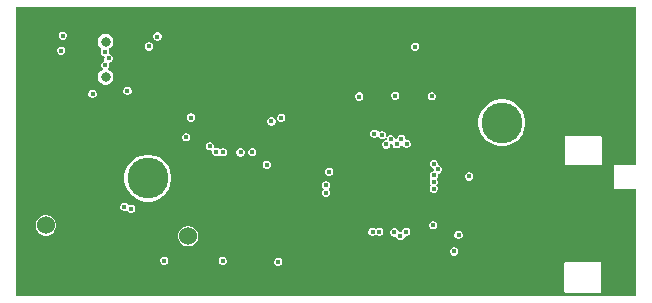
<source format=gbr>
%TF.GenerationSoftware,Altium Limited,Altium Designer,22.8.2 (66)*%
G04 Layer_Physical_Order=2*
G04 Layer_Color=36540*
%FSLAX45Y45*%
%MOMM*%
%TF.SameCoordinates,DE4C73A7-34E9-4613-BA68-141157798951*%
%TF.FilePolarity,Positive*%
%TF.FileFunction,Copper,L2,Inr,Signal*%
%TF.Part,Single*%
G01*
G75*
%TA.AperFunction,ViaPad*%
%ADD41C,1.52400*%
%TA.AperFunction,ComponentPad*%
%ADD42C,0.81280*%
%ADD43C,1.52400*%
%ADD44C,3.45440*%
%TA.AperFunction,ViaPad*%
%ADD45C,0.45000*%
%ADD46C,0.50000*%
G36*
X7828209Y3658437D02*
X7647940D01*
X7640164Y3655216D01*
X7636943Y3647440D01*
Y3462020D01*
X7640164Y3454244D01*
X7647940Y3451023D01*
X7828209D01*
Y2547691D01*
X2573091D01*
Y4996109D01*
X7828209D01*
Y3658437D01*
D02*
G37*
%LPC*%
G36*
X2981342Y4785000D02*
X2967338D01*
X2954401Y4779641D01*
X2944499Y4769739D01*
X2939140Y4756802D01*
Y4742798D01*
X2944499Y4729861D01*
X2954401Y4719959D01*
X2967338Y4714600D01*
X2981342D01*
X2994279Y4719959D01*
X3004181Y4729861D01*
X3009540Y4742798D01*
Y4756802D01*
X3004181Y4769739D01*
X2994279Y4779641D01*
X2981342Y4785000D01*
D02*
G37*
G36*
X3781442Y4777570D02*
X3767438D01*
X3754501Y4772211D01*
X3744599Y4762309D01*
X3739240Y4749372D01*
Y4735368D01*
X3744599Y4722431D01*
X3754501Y4712529D01*
X3767438Y4707170D01*
X3781442D01*
X3794379Y4712529D01*
X3804281Y4722431D01*
X3809640Y4735368D01*
Y4749372D01*
X3804281Y4762309D01*
X3794379Y4772211D01*
X3781442Y4777570D01*
D02*
G37*
G36*
X3710322Y4694470D02*
X3696318D01*
X3683381Y4689111D01*
X3673479Y4679209D01*
X3668120Y4666272D01*
Y4652268D01*
X3673479Y4639331D01*
X3683381Y4629429D01*
X3696318Y4624070D01*
X3710322D01*
X3723259Y4629429D01*
X3733161Y4639331D01*
X3738520Y4652268D01*
Y4666272D01*
X3733161Y4679209D01*
X3723259Y4689111D01*
X3710322Y4694470D01*
D02*
G37*
G36*
X5963302Y4691020D02*
X5949298D01*
X5936361Y4685661D01*
X5926459Y4675759D01*
X5921100Y4662822D01*
Y4648818D01*
X5926459Y4635881D01*
X5936361Y4625979D01*
X5949298Y4620620D01*
X5963302D01*
X5976239Y4625979D01*
X5986141Y4635881D01*
X5991500Y4648818D01*
Y4662822D01*
X5986141Y4675759D01*
X5976239Y4685661D01*
X5963302Y4691020D01*
D02*
G37*
G36*
X2966102Y4658000D02*
X2952098D01*
X2939161Y4652641D01*
X2929259Y4642739D01*
X2923900Y4629802D01*
Y4615798D01*
X2929259Y4602861D01*
X2939161Y4592959D01*
X2952098Y4587600D01*
X2966102D01*
X2979039Y4592959D01*
X2988941Y4602861D01*
X2994300Y4615798D01*
Y4629802D01*
X2988941Y4642739D01*
X2979039Y4652641D01*
X2966102Y4658000D01*
D02*
G37*
G36*
X3343662Y4764780D02*
X3326378D01*
X3309684Y4760307D01*
X3294716Y4751665D01*
X3282495Y4739444D01*
X3273853Y4724476D01*
X3269380Y4707782D01*
Y4690498D01*
X3273853Y4673804D01*
X3282495Y4658836D01*
X3294716Y4646615D01*
X3298666Y4644334D01*
X3300324Y4631743D01*
X3299690Y4631110D01*
X3294331Y4618173D01*
Y4604169D01*
X3299690Y4591232D01*
X3309592Y4581330D01*
X3322529Y4575971D01*
X3327312Y4568813D01*
X3325220Y4563762D01*
Y4549758D01*
X3325625Y4548780D01*
X3325478Y4536080D01*
X3319254Y4533501D01*
X3312541Y4530721D01*
X3302639Y4520819D01*
X3297280Y4507882D01*
Y4493878D01*
X3302639Y4480941D01*
X3310032Y4473548D01*
X3309799Y4464685D01*
X3309614Y4463696D01*
X3307838Y4459241D01*
X3294716Y4451665D01*
X3282495Y4439444D01*
X3273853Y4424476D01*
X3269380Y4407782D01*
Y4390498D01*
X3273853Y4373804D01*
X3282495Y4358836D01*
X3294716Y4346615D01*
X3309684Y4337973D01*
X3326378Y4333500D01*
X3343662D01*
X3360356Y4337973D01*
X3375324Y4346615D01*
X3387545Y4358836D01*
X3396187Y4373804D01*
X3400660Y4390498D01*
Y4407782D01*
X3396187Y4424476D01*
X3387545Y4439444D01*
X3375324Y4451665D01*
X3360356Y4460307D01*
X3358719Y4460745D01*
X3358321Y4461395D01*
X3356002Y4474622D01*
X3362321Y4480941D01*
X3367680Y4493878D01*
Y4507882D01*
X3367275Y4508860D01*
X3367422Y4521560D01*
X3373646Y4524139D01*
X3380359Y4526919D01*
X3390261Y4536821D01*
X3395620Y4549758D01*
Y4563762D01*
X3390261Y4576699D01*
X3380359Y4586601D01*
X3367422Y4591960D01*
X3362639Y4599118D01*
X3364731Y4604169D01*
Y4618173D01*
X3361814Y4625216D01*
X3360892Y4633281D01*
X3366768Y4641675D01*
X3375324Y4646615D01*
X3387545Y4658836D01*
X3396187Y4673804D01*
X3400660Y4690498D01*
Y4707782D01*
X3396187Y4724476D01*
X3387545Y4739444D01*
X3375324Y4751665D01*
X3360356Y4760307D01*
X3343662Y4764780D01*
D02*
G37*
G36*
X3527442Y4317640D02*
X3513438D01*
X3500501Y4312281D01*
X3490599Y4302379D01*
X3485240Y4289442D01*
Y4275438D01*
X3490599Y4262501D01*
X3500501Y4252599D01*
X3513438Y4247240D01*
X3527442D01*
X3540379Y4252599D01*
X3550281Y4262501D01*
X3555640Y4275438D01*
Y4289442D01*
X3550281Y4302379D01*
X3540379Y4312281D01*
X3527442Y4317640D01*
D02*
G37*
G36*
X3232802Y4292240D02*
X3218798D01*
X3205861Y4286881D01*
X3195959Y4276979D01*
X3190600Y4264042D01*
Y4250038D01*
X3195959Y4237101D01*
X3205861Y4227199D01*
X3218798Y4221840D01*
X3232802D01*
X3245739Y4227199D01*
X3255641Y4237101D01*
X3261000Y4250038D01*
Y4264042D01*
X3255641Y4276979D01*
X3245739Y4286881D01*
X3232802Y4292240D01*
D02*
G37*
G36*
X5795662Y4277000D02*
X5781658D01*
X5768721Y4271641D01*
X5758819Y4261739D01*
X5753460Y4248802D01*
Y4234798D01*
X5758819Y4221861D01*
X5768721Y4211959D01*
X5781658Y4206600D01*
X5795662D01*
X5808599Y4211959D01*
X5818501Y4221861D01*
X5823860Y4234798D01*
Y4248802D01*
X5818501Y4261739D01*
X5808599Y4271641D01*
X5795662Y4277000D01*
D02*
G37*
G36*
X6105542Y4271920D02*
X6091538D01*
X6078601Y4266561D01*
X6068699Y4256659D01*
X6063340Y4243722D01*
Y4229718D01*
X6068699Y4216781D01*
X6078601Y4206879D01*
X6091538Y4201520D01*
X6105542D01*
X6118479Y4206879D01*
X6128381Y4216781D01*
X6133740Y4229718D01*
Y4243722D01*
X6128381Y4256659D01*
X6118479Y4266561D01*
X6105542Y4271920D01*
D02*
G37*
G36*
X5490862Y4269380D02*
X5476858D01*
X5463921Y4264021D01*
X5454019Y4254119D01*
X5448660Y4241182D01*
Y4227178D01*
X5454019Y4214241D01*
X5463921Y4204339D01*
X5476858Y4198980D01*
X5490862D01*
X5503799Y4204339D01*
X5513701Y4214241D01*
X5519060Y4227178D01*
Y4241182D01*
X5513701Y4254119D01*
X5503799Y4264021D01*
X5490862Y4269380D01*
D02*
G37*
G36*
X4065922Y4091580D02*
X4051918D01*
X4038981Y4086221D01*
X4029079Y4076319D01*
X4023720Y4063382D01*
Y4049378D01*
X4029079Y4036441D01*
X4038981Y4026539D01*
X4051918Y4021180D01*
X4065922D01*
X4078859Y4026539D01*
X4088761Y4036441D01*
X4094120Y4049378D01*
Y4063382D01*
X4088761Y4076319D01*
X4078859Y4086221D01*
X4065922Y4091580D01*
D02*
G37*
G36*
X4830462Y4089040D02*
X4816458D01*
X4803521Y4083681D01*
X4793619Y4073779D01*
X4788260Y4060842D01*
Y4046838D01*
X4793619Y4033901D01*
X4803521Y4023999D01*
X4816458Y4018640D01*
X4830462D01*
X4843399Y4023999D01*
X4853301Y4033901D01*
X4858660Y4046838D01*
Y4060842D01*
X4853301Y4073779D01*
X4843399Y4083681D01*
X4830462Y4089040D01*
D02*
G37*
G36*
X4746642Y4058560D02*
X4732638D01*
X4719701Y4053201D01*
X4709799Y4043299D01*
X4704440Y4030362D01*
Y4016358D01*
X4709799Y4003421D01*
X4719701Y3993519D01*
X4732638Y3988160D01*
X4746642D01*
X4759579Y3993519D01*
X4769481Y4003421D01*
X4774840Y4016358D01*
Y4030362D01*
X4769481Y4043299D01*
X4759579Y4053201D01*
X4746642Y4058560D01*
D02*
G37*
G36*
X4024410Y3925608D02*
X4010407D01*
X3997469Y3920249D01*
X3987567Y3910347D01*
X3982208Y3897410D01*
Y3883407D01*
X3987567Y3870469D01*
X3997469Y3860567D01*
X4010407Y3855208D01*
X4024410D01*
X4037347Y3860567D01*
X4047249Y3870469D01*
X4052608Y3883407D01*
Y3897410D01*
X4047249Y3910347D01*
X4037347Y3920249D01*
X4024410Y3925608D01*
D02*
G37*
G36*
X6709834Y4210920D02*
X6670886D01*
X6632687Y4203322D01*
X6596705Y4188417D01*
X6564321Y4166779D01*
X6536781Y4139239D01*
X6515143Y4106855D01*
X6500238Y4070873D01*
X6492640Y4032674D01*
Y3993726D01*
X6500238Y3955527D01*
X6515143Y3919545D01*
X6536781Y3887161D01*
X6564321Y3859621D01*
X6596705Y3837983D01*
X6632687Y3823078D01*
X6670886Y3815480D01*
X6709834D01*
X6748033Y3823078D01*
X6784015Y3837983D01*
X6816399Y3859621D01*
X6843939Y3887161D01*
X6865577Y3919545D01*
X6880482Y3955527D01*
X6888080Y3993726D01*
Y4032674D01*
X6880482Y4070873D01*
X6865577Y4106855D01*
X6843939Y4139239D01*
X6816399Y4166779D01*
X6784015Y4188417D01*
X6748033Y4203322D01*
X6709834Y4210920D01*
D02*
G37*
G36*
X5619003Y3955053D02*
X5604999D01*
X5592062Y3949694D01*
X5582160Y3939792D01*
X5576801Y3926855D01*
Y3912851D01*
X5582160Y3899914D01*
X5592062Y3890012D01*
X5604999Y3884653D01*
X5619003D01*
X5631940Y3890012D01*
X5633606Y3891679D01*
X5646062Y3889201D01*
X5646547Y3888031D01*
X5656449Y3878129D01*
X5669386Y3872771D01*
X5683390D01*
X5696327Y3878129D01*
X5703705Y3885508D01*
X5706229Y3888031D01*
X5717203Y3882413D01*
X5715360Y3877962D01*
Y3863978D01*
X5704188D01*
X5691251Y3858619D01*
X5681349Y3848717D01*
X5675990Y3835780D01*
Y3821776D01*
X5681349Y3808839D01*
X5691251Y3798937D01*
X5704188Y3793578D01*
X5718192D01*
X5731129Y3798937D01*
X5741031Y3808839D01*
X5746390Y3821776D01*
Y3832035D01*
X5755885Y3833250D01*
X5765250Y3823667D01*
Y3823318D01*
X5770609Y3810381D01*
X5780511Y3800479D01*
X5793448Y3795120D01*
X5807452D01*
X5820389Y3800479D01*
X5830291Y3810381D01*
X5835650Y3823318D01*
Y3826394D01*
X5848350Y3825858D01*
X5853709Y3812921D01*
X5863611Y3803019D01*
X5876548Y3797660D01*
X5890552D01*
X5903489Y3803019D01*
X5913391Y3812921D01*
X5918750Y3825858D01*
Y3839862D01*
X5913391Y3852799D01*
X5903489Y3862701D01*
X5890552Y3868060D01*
X5876549D01*
X5873364Y3879793D01*
Y3882020D01*
X5868006Y3894957D01*
X5858104Y3904859D01*
X5845166Y3910218D01*
X5831163D01*
X5818226Y3904859D01*
X5808324Y3894957D01*
X5802965Y3882020D01*
Y3874026D01*
X5796774Y3872012D01*
X5785760Y3877962D01*
X5780401Y3890899D01*
X5770499Y3900801D01*
X5757562Y3906160D01*
X5743558D01*
X5730621Y3900801D01*
X5723243Y3893422D01*
X5720719Y3890900D01*
X5709744Y3896517D01*
X5711588Y3900969D01*
Y3914972D01*
X5706229Y3927909D01*
X5696327Y3937811D01*
X5683390Y3943170D01*
X5669386D01*
X5656449Y3937811D01*
X5654782Y3936145D01*
X5642327Y3938623D01*
X5641842Y3939792D01*
X5631940Y3949694D01*
X5619003Y3955053D01*
D02*
G37*
G36*
X4226282Y3850620D02*
X4212279D01*
X4199342Y3845262D01*
X4189440Y3835360D01*
X4184081Y3822422D01*
Y3808419D01*
X4189440Y3795482D01*
X4199342Y3785580D01*
X4212279Y3780221D01*
X4226282D01*
X4227518Y3780732D01*
X4237540Y3771741D01*
Y3757738D01*
X4242899Y3744801D01*
X4252801Y3734899D01*
X4265738Y3729540D01*
X4279742D01*
X4292679Y3734899D01*
X4301388Y3743608D01*
X4310499Y3734498D01*
X4323436Y3729139D01*
X4337440D01*
X4350377Y3734498D01*
X4360279Y3744400D01*
X4365638Y3757337D01*
Y3771340D01*
X4360279Y3784278D01*
X4350377Y3794180D01*
X4337440Y3799539D01*
X4323436D01*
X4310499Y3794180D01*
X4301789Y3785470D01*
X4292679Y3794581D01*
X4279742Y3799940D01*
X4265738D01*
X4264503Y3799428D01*
X4254480Y3808419D01*
Y3822422D01*
X4249122Y3835360D01*
X4239220Y3845262D01*
X4226282Y3850620D01*
D02*
G37*
G36*
X4584082Y3799480D02*
X4570078D01*
X4557141Y3794121D01*
X4547239Y3784219D01*
X4541880Y3771282D01*
Y3757278D01*
X4547239Y3744341D01*
X4557141Y3734439D01*
X4570078Y3729080D01*
X4584082D01*
X4597019Y3734439D01*
X4606921Y3744341D01*
X4612280Y3757278D01*
Y3771282D01*
X4606921Y3784219D01*
X4597019Y3794121D01*
X4584082Y3799480D01*
D02*
G37*
G36*
X4485022Y3796940D02*
X4471018D01*
X4458081Y3791581D01*
X4448179Y3781679D01*
X4442820Y3768742D01*
Y3754738D01*
X4448179Y3741801D01*
X4458081Y3731899D01*
X4471018Y3726540D01*
X4485022D01*
X4497959Y3731899D01*
X4507861Y3741801D01*
X4513220Y3754738D01*
Y3768742D01*
X4507861Y3781679D01*
X4497959Y3791581D01*
X4485022Y3796940D01*
D02*
G37*
G36*
X7526020Y3899737D02*
X7236460D01*
X7228684Y3896516D01*
X7225463Y3888740D01*
Y3662680D01*
X7228684Y3654904D01*
X7236460Y3651683D01*
X7526020D01*
X7533796Y3654904D01*
X7537017Y3662680D01*
Y3888740D01*
X7533796Y3896516D01*
X7526020Y3899737D01*
D02*
G37*
G36*
X4707801Y3691890D02*
X4693797D01*
X4680860Y3686531D01*
X4670958Y3676629D01*
X4665599Y3663692D01*
Y3649688D01*
X4670958Y3636751D01*
X4680860Y3626849D01*
X4693797Y3621490D01*
X4707801D01*
X4720738Y3626849D01*
X4730640Y3636751D01*
X4735999Y3649688D01*
Y3663692D01*
X4730640Y3676629D01*
X4720738Y3686531D01*
X4707801Y3691890D01*
D02*
G37*
G36*
X5235910Y3633470D02*
X5221907D01*
X5208970Y3628111D01*
X5199068Y3618209D01*
X5193709Y3605272D01*
Y3591268D01*
X5199068Y3578331D01*
X5208970Y3568429D01*
X5221907Y3563070D01*
X5235910D01*
X5248848Y3568429D01*
X5258749Y3578331D01*
X5264108Y3591268D01*
Y3605272D01*
X5258749Y3618209D01*
X5248848Y3628111D01*
X5235910Y3633470D01*
D02*
G37*
G36*
X6420502Y3593740D02*
X6406498D01*
X6393561Y3588381D01*
X6383659Y3578479D01*
X6378300Y3565542D01*
Y3551538D01*
X6383659Y3538601D01*
X6393561Y3528699D01*
X6406498Y3523340D01*
X6420502D01*
X6433439Y3528699D01*
X6443341Y3538601D01*
X6448700Y3551538D01*
Y3565542D01*
X6443341Y3578479D01*
X6433439Y3588381D01*
X6420502Y3593740D01*
D02*
G37*
G36*
X6122216Y3699511D02*
X6108212D01*
X6095275Y3694152D01*
X6085373Y3684250D01*
X6080014Y3671313D01*
Y3657310D01*
X6085373Y3644372D01*
X6095275Y3634471D01*
X6108212Y3629112D01*
X6110522D01*
X6113650Y3624431D01*
Y3610428D01*
X6109984Y3604941D01*
X6109365D01*
X6096428Y3599583D01*
X6086526Y3589681D01*
X6081167Y3576743D01*
Y3562740D01*
X6086526Y3549803D01*
X6085210Y3533309D01*
X6083939Y3532039D01*
X6078580Y3519102D01*
Y3505098D01*
X6083939Y3492161D01*
X6092850Y3483250D01*
X6083939Y3474339D01*
X6078580Y3461402D01*
Y3447398D01*
X6083939Y3434461D01*
X6093841Y3424559D01*
X6106778Y3419200D01*
X6120782D01*
X6133719Y3424559D01*
X6143621Y3434461D01*
X6148980Y3447398D01*
Y3461402D01*
X6143621Y3474339D01*
X6134710Y3483250D01*
X6143621Y3492161D01*
X6148980Y3505098D01*
Y3519102D01*
X6143621Y3532039D01*
X6144937Y3548532D01*
X6146208Y3549803D01*
X6151567Y3562740D01*
Y3576743D01*
X6155232Y3582230D01*
X6155852D01*
X6168789Y3587588D01*
X6178691Y3597490D01*
X6184050Y3610428D01*
Y3624431D01*
X6178691Y3637368D01*
X6168789Y3647270D01*
X6155852Y3652629D01*
X6153541D01*
X6150414Y3657310D01*
Y3671313D01*
X6145055Y3684250D01*
X6135153Y3694152D01*
X6122216Y3699511D01*
D02*
G37*
G36*
X5208922Y3517540D02*
X5194918D01*
X5181981Y3512181D01*
X5172079Y3502279D01*
X5166720Y3489342D01*
Y3475338D01*
X5172079Y3462401D01*
X5175593Y3458887D01*
X5180786Y3450590D01*
X5175593Y3442293D01*
X5172079Y3438779D01*
X5166720Y3425842D01*
Y3411838D01*
X5172079Y3398901D01*
X5181981Y3388999D01*
X5194918Y3383640D01*
X5208922D01*
X5221859Y3388999D01*
X5231761Y3398901D01*
X5237120Y3411838D01*
Y3425842D01*
X5231761Y3438779D01*
X5228247Y3442293D01*
X5223054Y3450590D01*
X5228247Y3458887D01*
X5231761Y3462401D01*
X5237120Y3475338D01*
Y3489342D01*
X5231761Y3502279D01*
X5221859Y3512181D01*
X5208922Y3517540D01*
D02*
G37*
G36*
X3712634Y3741020D02*
X3673686D01*
X3635487Y3733422D01*
X3599505Y3718517D01*
X3567121Y3696879D01*
X3539581Y3669339D01*
X3517943Y3636955D01*
X3503038Y3600973D01*
X3495440Y3562774D01*
Y3523826D01*
X3503038Y3485627D01*
X3517943Y3449645D01*
X3539581Y3417261D01*
X3567121Y3389721D01*
X3599505Y3368083D01*
X3635487Y3353178D01*
X3673686Y3345580D01*
X3712634D01*
X3750833Y3353178D01*
X3786815Y3368083D01*
X3819199Y3389721D01*
X3846739Y3417261D01*
X3868377Y3449645D01*
X3883282Y3485627D01*
X3890880Y3523826D01*
Y3562774D01*
X3883282Y3600973D01*
X3868377Y3636955D01*
X3846739Y3669339D01*
X3819199Y3696879D01*
X3786815Y3718517D01*
X3750833Y3733422D01*
X3712634Y3741020D01*
D02*
G37*
G36*
X3502042Y3334660D02*
X3488038D01*
X3475101Y3329301D01*
X3465199Y3319399D01*
X3459840Y3306462D01*
Y3292458D01*
X3465199Y3279521D01*
X3475101Y3269619D01*
X3488038Y3264260D01*
X3502042D01*
X3510252Y3267661D01*
X3523619Y3264281D01*
X3533521Y3254379D01*
X3546458Y3249020D01*
X3560462D01*
X3573399Y3254379D01*
X3583301Y3264281D01*
X3588660Y3277218D01*
Y3291222D01*
X3583301Y3304159D01*
X3573399Y3314061D01*
X3560462Y3319420D01*
X3546458D01*
X3538248Y3316019D01*
X3524881Y3319399D01*
X3514979Y3329301D01*
X3502042Y3334660D01*
D02*
G37*
G36*
X5660318Y3124510D02*
X5646314D01*
X5633377Y3119151D01*
X5624133Y3109907D01*
X5615559Y3118481D01*
X5602622Y3123840D01*
X5588618D01*
X5575681Y3118481D01*
X5565779Y3108579D01*
X5560420Y3095642D01*
Y3081638D01*
X5565779Y3068701D01*
X5575681Y3058799D01*
X5588618Y3053440D01*
X5602622D01*
X5615559Y3058799D01*
X5624803Y3068043D01*
X5633377Y3059469D01*
X5646314Y3054110D01*
X5660318D01*
X5673255Y3059469D01*
X5683157Y3069371D01*
X5688516Y3082308D01*
Y3096312D01*
X5683157Y3109249D01*
X5673255Y3119151D01*
X5660318Y3124510D01*
D02*
G37*
G36*
X6115702Y3179720D02*
X6101698D01*
X6088761Y3174361D01*
X6078859Y3164459D01*
X6073500Y3151522D01*
Y3137518D01*
X6078859Y3124581D01*
X6088761Y3114679D01*
X6101698Y3109320D01*
X6115702D01*
X6128639Y3114679D01*
X6138541Y3124581D01*
X6143900Y3137518D01*
Y3151522D01*
X6138541Y3164459D01*
X6128639Y3174361D01*
X6115702Y3179720D01*
D02*
G37*
G36*
X5889002Y3124378D02*
X5874998D01*
X5862061Y3119019D01*
X5852159Y3109117D01*
X5846800Y3096180D01*
Y3093598D01*
X5838842Y3088280D01*
X5824838D01*
X5813446Y3097307D01*
X5810881Y3103499D01*
X5800979Y3113401D01*
X5788042Y3118760D01*
X5774038D01*
X5761101Y3113401D01*
X5751199Y3103499D01*
X5745840Y3090562D01*
Y3076558D01*
X5751199Y3063621D01*
X5761101Y3053719D01*
X5774038Y3048360D01*
X5788042D01*
X5799434Y3039333D01*
X5801999Y3033141D01*
X5811901Y3023239D01*
X5824838Y3017880D01*
X5838842D01*
X5851779Y3023239D01*
X5861681Y3033141D01*
X5867040Y3046078D01*
Y3048661D01*
X5874998Y3053979D01*
X5889002D01*
X5901939Y3059338D01*
X5911841Y3069239D01*
X5917200Y3082177D01*
Y3096180D01*
X5911841Y3109117D01*
X5901939Y3119019D01*
X5889002Y3124378D01*
D02*
G37*
G36*
X2840930Y3229610D02*
X2818190D01*
X2796226Y3223725D01*
X2776534Y3212355D01*
X2760455Y3196276D01*
X2749085Y3176584D01*
X2743200Y3154620D01*
Y3131880D01*
X2749085Y3109916D01*
X2760455Y3090224D01*
X2776534Y3074145D01*
X2796226Y3062775D01*
X2818190Y3056890D01*
X2840930D01*
X2862894Y3062775D01*
X2882586Y3074145D01*
X2898665Y3090224D01*
X2910035Y3109916D01*
X2915920Y3131880D01*
Y3154620D01*
X2910035Y3176584D01*
X2898665Y3196276D01*
X2882586Y3212355D01*
X2862894Y3223725D01*
X2840930Y3229610D01*
D02*
G37*
G36*
X6331602Y3098440D02*
X6317598D01*
X6304661Y3093081D01*
X6294759Y3083179D01*
X6289400Y3070242D01*
Y3056238D01*
X6294759Y3043301D01*
X6304661Y3033399D01*
X6317598Y3028040D01*
X6331602D01*
X6344539Y3033399D01*
X6354441Y3043301D01*
X6359800Y3056238D01*
Y3070242D01*
X6354441Y3083179D01*
X6344539Y3093081D01*
X6331602Y3098440D01*
D02*
G37*
G36*
X4044890Y3139440D02*
X4022150D01*
X4000186Y3133555D01*
X3980494Y3122185D01*
X3964415Y3106106D01*
X3953045Y3086414D01*
X3947160Y3064450D01*
Y3041710D01*
X3953045Y3019746D01*
X3964415Y3000054D01*
X3980494Y2983975D01*
X4000186Y2972605D01*
X4022150Y2966720D01*
X4044890D01*
X4066854Y2972605D01*
X4086546Y2983975D01*
X4102625Y3000054D01*
X4113995Y3019746D01*
X4119880Y3041710D01*
Y3064450D01*
X4113995Y3086414D01*
X4102625Y3106106D01*
X4086546Y3122185D01*
X4066854Y3133555D01*
X4044890Y3139440D01*
D02*
G37*
G36*
X6293502Y2958740D02*
X6279498D01*
X6266561Y2953381D01*
X6256659Y2943479D01*
X6251300Y2930542D01*
Y2916538D01*
X6256659Y2903601D01*
X6266561Y2893699D01*
X6279498Y2888340D01*
X6293502D01*
X6306439Y2893699D01*
X6316341Y2903601D01*
X6321700Y2916538D01*
Y2930542D01*
X6316341Y2943479D01*
X6306439Y2953381D01*
X6293502Y2958740D01*
D02*
G37*
G36*
X3839862Y2880000D02*
X3825858D01*
X3812921Y2874641D01*
X3803019Y2864739D01*
X3797660Y2851802D01*
Y2837798D01*
X3803019Y2824861D01*
X3812921Y2814959D01*
X3825858Y2809600D01*
X3839862D01*
X3852799Y2814959D01*
X3862701Y2824861D01*
X3868060Y2837798D01*
Y2851802D01*
X3862701Y2864739D01*
X3852799Y2874641D01*
X3839862Y2880000D01*
D02*
G37*
G36*
X4335162Y2877460D02*
X4321158D01*
X4308221Y2872101D01*
X4298319Y2862199D01*
X4292960Y2849262D01*
Y2835258D01*
X4298319Y2822321D01*
X4308221Y2812419D01*
X4321158Y2807060D01*
X4335162D01*
X4348099Y2812419D01*
X4358001Y2822321D01*
X4363360Y2835258D01*
Y2849262D01*
X4358001Y2862199D01*
X4348099Y2872101D01*
X4335162Y2877460D01*
D02*
G37*
G36*
X4805062Y2869840D02*
X4791058D01*
X4778121Y2864481D01*
X4768219Y2854579D01*
X4762860Y2841642D01*
Y2827638D01*
X4768219Y2814701D01*
X4778121Y2804799D01*
X4791058Y2799440D01*
X4805062D01*
X4817999Y2804799D01*
X4827901Y2814701D01*
X4833260Y2827638D01*
Y2841642D01*
X4827901Y2854579D01*
X4817999Y2864481D01*
X4805062Y2869840D01*
D02*
G37*
G36*
X7521114Y2837752D02*
X7231554D01*
X7223778Y2834531D01*
X7220557Y2826755D01*
Y2585455D01*
X7223778Y2577679D01*
X7231554Y2574458D01*
X7521114D01*
X7528890Y2577679D01*
X7532111Y2585455D01*
Y2826755D01*
X7528890Y2834531D01*
X7521114Y2837752D01*
D02*
G37*
%LPD*%
D41*
X4033520Y3053080D02*
D03*
X4239260D02*
D03*
D42*
X3335020Y4699140D02*
D03*
Y4399140D02*
D03*
D43*
X2829560Y3143250D02*
D03*
Y4413250D02*
D03*
D44*
X3693160Y3543300D02*
D03*
X6690360Y4013200D02*
D03*
D45*
X7715250Y4762500D02*
D03*
X7620000Y4572000D02*
D03*
X7715250Y4381500D02*
D03*
X7620000Y4191000D02*
D03*
X7715250Y4000500D02*
D03*
X7620000Y3810000D02*
D03*
X7715250Y3238500D02*
D03*
X7620000Y3048000D02*
D03*
X7715250Y2857500D02*
D03*
X7620000Y2667000D02*
D03*
X7524750Y4762500D02*
D03*
X7429500Y4572000D02*
D03*
X7524750Y4381500D02*
D03*
X7429500Y4191000D02*
D03*
X7524750Y4000500D02*
D03*
Y3238500D02*
D03*
X7429500Y3048000D02*
D03*
X7334250Y4762500D02*
D03*
X7239000Y4572000D02*
D03*
X7334250Y4381500D02*
D03*
X7239000Y4191000D02*
D03*
X7334250Y4000500D02*
D03*
Y3238500D02*
D03*
X7239000Y3048000D02*
D03*
X7143750Y4762500D02*
D03*
X7048500Y4572000D02*
D03*
X7143750Y4381500D02*
D03*
X7048500Y4191000D02*
D03*
X7143750Y4000500D02*
D03*
X7048500Y3810000D02*
D03*
X7143750Y3619500D02*
D03*
X7048500Y3048000D02*
D03*
X7143750Y2857500D02*
D03*
X7048500Y2667000D02*
D03*
X6953250Y4762500D02*
D03*
X6858000Y4572000D02*
D03*
X6953250Y4381500D02*
D03*
X6858000Y4191000D02*
D03*
X6953250Y4000500D02*
D03*
X6858000Y3810000D02*
D03*
X6953250Y3619500D02*
D03*
Y3238500D02*
D03*
X6858000Y3048000D02*
D03*
X6953250Y2857500D02*
D03*
X6858000Y2667000D02*
D03*
X6762750Y4762500D02*
D03*
X6667500Y4572000D02*
D03*
X6762750Y4381500D02*
D03*
Y3619500D02*
D03*
X6667500Y3048000D02*
D03*
X6762750Y2857500D02*
D03*
X6667500Y2667000D02*
D03*
X6572250Y4762500D02*
D03*
X6477000Y4572000D02*
D03*
X6572250Y4381500D02*
D03*
X6477000Y4191000D02*
D03*
Y3810000D02*
D03*
X6572250Y3619500D02*
D03*
X6477000Y3048000D02*
D03*
X6572250Y2857500D02*
D03*
X6477000Y2667000D02*
D03*
X6381750Y4762500D02*
D03*
X6286500Y4572000D02*
D03*
X6381750Y4381500D02*
D03*
X6286500Y4191000D02*
D03*
X6381750Y4000500D02*
D03*
X6286500Y3810000D02*
D03*
X6381750Y2857500D02*
D03*
X6286500Y2667000D02*
D03*
X6191250Y4762500D02*
D03*
X6096000Y4572000D02*
D03*
X6191250Y4381500D02*
D03*
Y4000500D02*
D03*
X6096000Y2667000D02*
D03*
X6000750Y4762500D02*
D03*
X5905500Y4572000D02*
D03*
X6000750Y4381500D02*
D03*
Y4000500D02*
D03*
X5905500Y2667000D02*
D03*
X5810250Y4762500D02*
D03*
Y2857500D02*
D03*
X5715000Y2667000D02*
D03*
X5619750Y4762500D02*
D03*
X5524500Y4572000D02*
D03*
X5619750Y4381500D02*
D03*
Y2857500D02*
D03*
X5524500Y2667000D02*
D03*
X5429250Y4762500D02*
D03*
X5334000Y4572000D02*
D03*
X5429250Y4000500D02*
D03*
Y2857500D02*
D03*
X5334000Y2667000D02*
D03*
X5238750Y4762500D02*
D03*
X5143500Y4191000D02*
D03*
X5238750Y4000500D02*
D03*
Y2857500D02*
D03*
X5143500Y2667000D02*
D03*
X5048250Y4381500D02*
D03*
Y4000500D02*
D03*
X4953000Y3429000D02*
D03*
X5048250Y3238500D02*
D03*
Y2857500D02*
D03*
X4953000Y2667000D02*
D03*
X4762500Y4572000D02*
D03*
X4857750Y4381500D02*
D03*
Y4000500D02*
D03*
X4762500Y3429000D02*
D03*
X4857750Y3238500D02*
D03*
X4572000Y4572000D02*
D03*
X4667250Y4381500D02*
D03*
X4572000Y4191000D02*
D03*
Y3429000D02*
D03*
Y3048000D02*
D03*
Y2667000D02*
D03*
X4381500Y4572000D02*
D03*
X4476750Y4381500D02*
D03*
X4381500Y4191000D02*
D03*
X4476750Y4000500D02*
D03*
Y3238500D02*
D03*
X4191000Y4572000D02*
D03*
X4286250Y4381500D02*
D03*
X4191000Y3429000D02*
D03*
X4286250Y3238500D02*
D03*
X4000500Y4572000D02*
D03*
X4095750Y4381500D02*
D03*
Y4000500D02*
D03*
Y3619500D02*
D03*
X4000500Y3429000D02*
D03*
X4095750Y3238500D02*
D03*
Y2857500D02*
D03*
X4000500Y2667000D02*
D03*
X3810000Y4572000D02*
D03*
X3905250Y4381500D02*
D03*
X3810000Y3810000D02*
D03*
X3905250Y3619500D02*
D03*
Y3238500D02*
D03*
X3810000Y3048000D02*
D03*
X3714750Y4381500D02*
D03*
Y4000500D02*
D03*
X3619500Y3810000D02*
D03*
X3714750Y3238500D02*
D03*
Y2857500D02*
D03*
X3619500Y2667000D02*
D03*
X3524250Y4000500D02*
D03*
X3429000Y3810000D02*
D03*
Y3429000D02*
D03*
X3524250Y2857500D02*
D03*
X3429000Y2667000D02*
D03*
X3238500Y4191000D02*
D03*
X3333750Y4000500D02*
D03*
X3238500Y3810000D02*
D03*
X3333750Y3619500D02*
D03*
X3238500Y3429000D02*
D03*
X3333750Y2857500D02*
D03*
X3238500Y2667000D02*
D03*
X3048000Y4191000D02*
D03*
X3143250Y4000500D02*
D03*
X3048000Y3810000D02*
D03*
X3143250Y3619500D02*
D03*
X3048000Y3429000D02*
D03*
X3143250Y2857500D02*
D03*
X3048000Y2667000D02*
D03*
X2857500Y4572000D02*
D03*
X2952750Y4381500D02*
D03*
X2857500Y4191000D02*
D03*
X2952750Y4000500D02*
D03*
X2857500Y3810000D02*
D03*
X2952750Y3619500D02*
D03*
X2857500Y3429000D02*
D03*
X2952750Y2857500D02*
D03*
X2857500Y2667000D02*
D03*
X2762250Y4762500D02*
D03*
X2667000Y4572000D02*
D03*
Y4191000D02*
D03*
X2762250Y4000500D02*
D03*
X2667000Y3810000D02*
D03*
X2762250Y3619500D02*
D03*
X2667000Y3429000D02*
D03*
Y3048000D02*
D03*
X2762250Y2857500D02*
D03*
X2667000Y2667000D02*
D03*
X6624320Y3423920D02*
D03*
X6266180Y3291840D02*
D03*
X6451600Y3500120D02*
D03*
X6032500Y3096260D02*
D03*
X6322060Y3436620D02*
D03*
X7795260Y3685540D02*
D03*
X7739380Y3688080D02*
D03*
X7663180D02*
D03*
X7607300Y3655060D02*
D03*
X7797800Y3418840D02*
D03*
X7749540D02*
D03*
X7683500Y3423920D02*
D03*
X7612380Y3454400D02*
D03*
X7564120Y3403600D02*
D03*
X7508240Y3360420D02*
D03*
X7462520Y3307080D02*
D03*
X7378700Y3299460D02*
D03*
X7302500Y3294380D02*
D03*
X7152640Y3291840D02*
D03*
X7076440Y3286760D02*
D03*
X6997700Y3284220D02*
D03*
X6916420Y3286760D02*
D03*
X6830060D02*
D03*
X6738620D02*
D03*
X6652260D02*
D03*
X6573520Y3289300D02*
D03*
X6499860D02*
D03*
X6431280D02*
D03*
X6466840Y3421380D02*
D03*
X7576820Y3586480D02*
D03*
X7442200Y3477260D02*
D03*
X7386320Y3418840D02*
D03*
X7299960Y3413760D02*
D03*
X7198360Y3418840D02*
D03*
X7127240Y3413760D02*
D03*
X7048500Y3423920D02*
D03*
X6964680Y3426460D02*
D03*
X6891020Y3418840D02*
D03*
X6799580Y3421380D02*
D03*
X6715760Y3413760D02*
D03*
X6550660Y3421380D02*
D03*
X6395720Y3418840D02*
D03*
X4219281Y3815421D02*
D03*
X4272740Y3764740D02*
D03*
X4330438Y3764339D02*
D03*
X4017408Y3890408D02*
D03*
X4700799Y3656690D02*
D03*
X4478020Y3761740D02*
D03*
X4577080Y3764280D02*
D03*
X5612001Y3919853D02*
D03*
X5638800Y3655060D02*
D03*
X5228909Y3598270D02*
D03*
X5838165Y3875018D02*
D03*
X5641340Y3550920D02*
D03*
X5542280Y3549100D02*
D03*
X5201920Y3418840D02*
D03*
X5742940Y3261360D02*
D03*
X5849620D02*
D03*
X5537200Y3352800D02*
D03*
X5638800Y3261360D02*
D03*
X5539740D02*
D03*
X5636260Y3352800D02*
D03*
X5745480Y3550920D02*
D03*
X5539740Y3454400D02*
D03*
X5201920Y3482340D02*
D03*
X5539740Y3655060D02*
D03*
X5849620D02*
D03*
X5742940D02*
D03*
X5800450Y3830320D02*
D03*
X5946140Y3655060D02*
D03*
X5676388Y3907970D02*
D03*
X5711190Y3828778D02*
D03*
X5750560Y3870960D02*
D03*
X5883550Y3832860D02*
D03*
X6324600Y3063240D02*
D03*
X6413500Y3558540D02*
D03*
X6286500Y2923540D02*
D03*
X5831840Y3053080D02*
D03*
X5946140Y3261360D02*
D03*
X6148850Y3617429D02*
D03*
X6115214Y3664311D02*
D03*
X5946140Y3454400D02*
D03*
X5781040Y3083560D02*
D03*
X6108700Y3144520D02*
D03*
X6113780Y3454400D02*
D03*
X5595620Y3088640D02*
D03*
X6116367Y3569742D02*
D03*
X5852160Y3550920D02*
D03*
X5653316Y3089310D02*
D03*
X5882000Y3089178D02*
D03*
X6113780Y3512100D02*
D03*
X5948680Y3550920D02*
D03*
X5847080Y3352800D02*
D03*
X5849620Y3454400D02*
D03*
X5943600Y3352800D02*
D03*
X5742940Y3454400D02*
D03*
X5638800D02*
D03*
X5740400Y3352800D02*
D03*
X5483860Y4234180D02*
D03*
X6098540Y4236720D02*
D03*
X5788660Y4241800D02*
D03*
X5956300Y4655820D02*
D03*
X4739640Y4023360D02*
D03*
X4823460Y4053840D02*
D03*
X4058920Y4056380D02*
D03*
X3832860Y2844800D02*
D03*
X4798060Y2834640D02*
D03*
X4328160Y2842260D02*
D03*
X2974340Y4749800D02*
D03*
X3553460Y3284220D02*
D03*
X3495040Y3299460D02*
D03*
X2959100Y4622800D02*
D03*
X3332480Y4500880D02*
D03*
X3360420Y4556760D02*
D03*
X3703320Y4659270D02*
D03*
X3774440Y4742370D02*
D03*
X3329531Y4611171D02*
D03*
X3520440Y4282440D02*
D03*
X3225800Y4257040D02*
D03*
D46*
X5751200Y4447540D02*
D03*
X5831200D02*
D03*
%TF.MD5,8afed1ebeb2490b26aeff1108c107892*%
M02*

</source>
